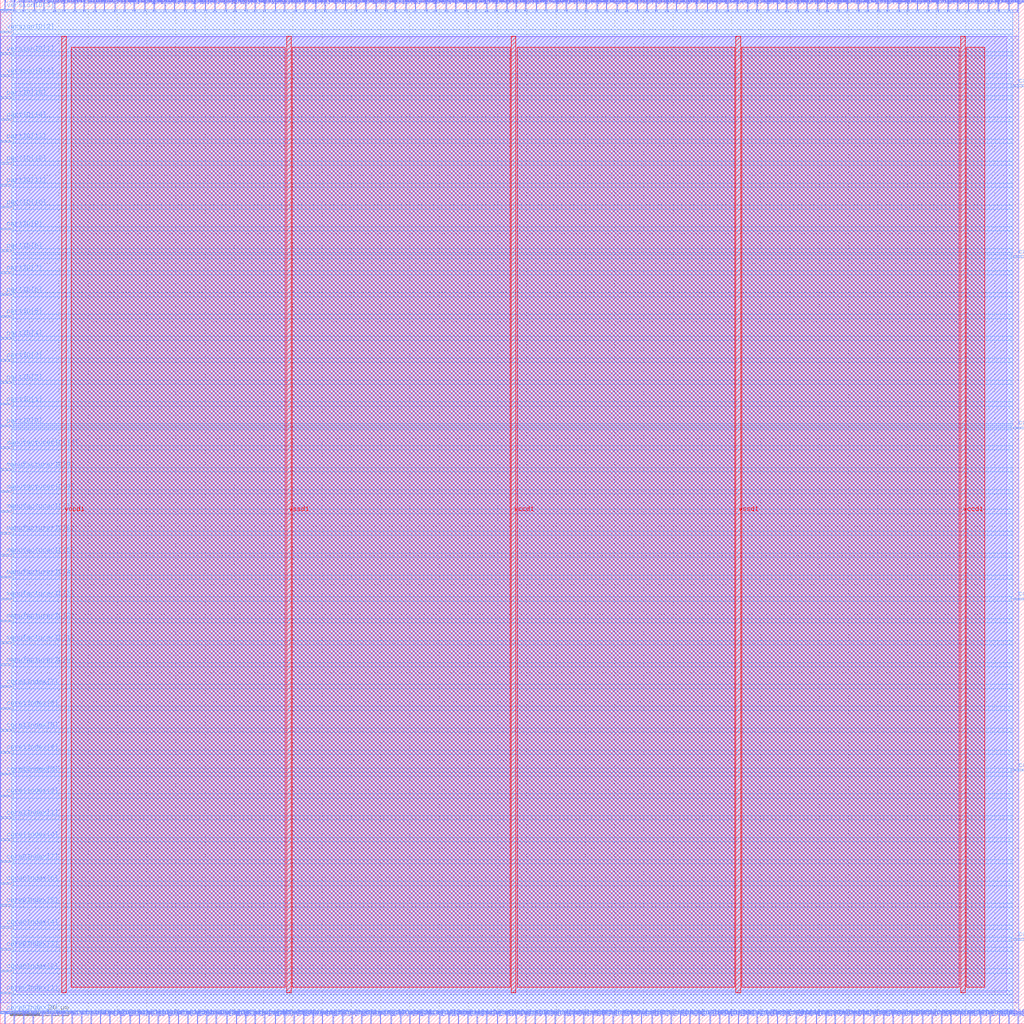
<source format=lef>
VERSION 5.7 ;
  NOWIREEXTENSIONATPIN ON ;
  DIVIDERCHAR "/" ;
  BUSBITCHARS "[]" ;
MACRO CaravelHost
  CLASS BLOCK ;
  FOREIGN CaravelHost ;
  ORIGIN 0.000 0.000 ;
  SIZE 350.000 BY 350.000 ;
  PIN caravel_irq[0]
    DIRECTION OUTPUT TRISTATE ;
    USE SIGNAL ;
    PORT
      LAYER met3 ;
        RECT 346.000 144.880 350.000 145.480 ;
    END
  END caravel_irq[0]
  PIN caravel_irq[1]
    DIRECTION OUTPUT TRISTATE ;
    USE SIGNAL ;
    PORT
      LAYER met3 ;
        RECT 346.000 203.360 350.000 203.960 ;
    END
  END caravel_irq[1]
  PIN caravel_irq[2]
    DIRECTION OUTPUT TRISTATE ;
    USE SIGNAL ;
    PORT
      LAYER met3 ;
        RECT 346.000 261.840 350.000 262.440 ;
    END
  END caravel_irq[2]
  PIN caravel_irq[3]
    DIRECTION OUTPUT TRISTATE ;
    USE SIGNAL ;
    PORT
      LAYER met3 ;
        RECT 346.000 320.320 350.000 320.920 ;
    END
  END caravel_irq[3]
  PIN caravel_uart_rx
    DIRECTION INPUT ;
    USE SIGNAL ;
    PORT
      LAYER met3 ;
        RECT 346.000 28.600 350.000 29.200 ;
    END
  END caravel_uart_rx
  PIN caravel_uart_tx
    DIRECTION OUTPUT TRISTATE ;
    USE SIGNAL ;
    PORT
      LAYER met3 ;
        RECT 346.000 86.400 350.000 87.000 ;
    END
  END caravel_uart_tx
  PIN caravel_wb_ack_i
    DIRECTION INPUT ;
    USE SIGNAL ;
    PORT
      LAYER met2 ;
        RECT 1.470 346.000 1.750 350.000 ;
    END
  END caravel_wb_ack_i
  PIN caravel_wb_adr_o[0]
    DIRECTION OUTPUT TRISTATE ;
    USE SIGNAL ;
    PORT
      LAYER met2 ;
        RECT 21.710 346.000 21.990 350.000 ;
    END
  END caravel_wb_adr_o[0]
  PIN caravel_wb_adr_o[10]
    DIRECTION OUTPUT TRISTATE ;
    USE SIGNAL ;
    PORT
      LAYER met2 ;
        RECT 138.550 346.000 138.830 350.000 ;
    END
  END caravel_wb_adr_o[10]
  PIN caravel_wb_adr_o[11]
    DIRECTION OUTPUT TRISTATE ;
    USE SIGNAL ;
    PORT
      LAYER met2 ;
        RECT 148.670 346.000 148.950 350.000 ;
    END
  END caravel_wb_adr_o[11]
  PIN caravel_wb_adr_o[12]
    DIRECTION OUTPUT TRISTATE ;
    USE SIGNAL ;
    PORT
      LAYER met2 ;
        RECT 159.250 346.000 159.530 350.000 ;
    END
  END caravel_wb_adr_o[12]
  PIN caravel_wb_adr_o[13]
    DIRECTION OUTPUT TRISTATE ;
    USE SIGNAL ;
    PORT
      LAYER met2 ;
        RECT 169.370 346.000 169.650 350.000 ;
    END
  END caravel_wb_adr_o[13]
  PIN caravel_wb_adr_o[14]
    DIRECTION OUTPUT TRISTATE ;
    USE SIGNAL ;
    PORT
      LAYER met2 ;
        RECT 179.490 346.000 179.770 350.000 ;
    END
  END caravel_wb_adr_o[14]
  PIN caravel_wb_adr_o[15]
    DIRECTION OUTPUT TRISTATE ;
    USE SIGNAL ;
    PORT
      LAYER met2 ;
        RECT 190.070 346.000 190.350 350.000 ;
    END
  END caravel_wb_adr_o[15]
  PIN caravel_wb_adr_o[16]
    DIRECTION OUTPUT TRISTATE ;
    USE SIGNAL ;
    PORT
      LAYER met2 ;
        RECT 200.190 346.000 200.470 350.000 ;
    END
  END caravel_wb_adr_o[16]
  PIN caravel_wb_adr_o[17]
    DIRECTION OUTPUT TRISTATE ;
    USE SIGNAL ;
    PORT
      LAYER met2 ;
        RECT 210.770 346.000 211.050 350.000 ;
    END
  END caravel_wb_adr_o[17]
  PIN caravel_wb_adr_o[18]
    DIRECTION OUTPUT TRISTATE ;
    USE SIGNAL ;
    PORT
      LAYER met2 ;
        RECT 220.890 346.000 221.170 350.000 ;
    END
  END caravel_wb_adr_o[18]
  PIN caravel_wb_adr_o[19]
    DIRECTION OUTPUT TRISTATE ;
    USE SIGNAL ;
    PORT
      LAYER met2 ;
        RECT 231.010 346.000 231.290 350.000 ;
    END
  END caravel_wb_adr_o[19]
  PIN caravel_wb_adr_o[1]
    DIRECTION OUTPUT TRISTATE ;
    USE SIGNAL ;
    PORT
      LAYER met2 ;
        RECT 35.510 346.000 35.790 350.000 ;
    END
  END caravel_wb_adr_o[1]
  PIN caravel_wb_adr_o[20]
    DIRECTION OUTPUT TRISTATE ;
    USE SIGNAL ;
    PORT
      LAYER met2 ;
        RECT 241.590 346.000 241.870 350.000 ;
    END
  END caravel_wb_adr_o[20]
  PIN caravel_wb_adr_o[21]
    DIRECTION OUTPUT TRISTATE ;
    USE SIGNAL ;
    PORT
      LAYER met2 ;
        RECT 251.710 346.000 251.990 350.000 ;
    END
  END caravel_wb_adr_o[21]
  PIN caravel_wb_adr_o[22]
    DIRECTION OUTPUT TRISTATE ;
    USE SIGNAL ;
    PORT
      LAYER met2 ;
        RECT 262.290 346.000 262.570 350.000 ;
    END
  END caravel_wb_adr_o[22]
  PIN caravel_wb_adr_o[23]
    DIRECTION OUTPUT TRISTATE ;
    USE SIGNAL ;
    PORT
      LAYER met2 ;
        RECT 272.410 346.000 272.690 350.000 ;
    END
  END caravel_wb_adr_o[23]
  PIN caravel_wb_adr_o[24]
    DIRECTION OUTPUT TRISTATE ;
    USE SIGNAL ;
    PORT
      LAYER met2 ;
        RECT 282.530 346.000 282.810 350.000 ;
    END
  END caravel_wb_adr_o[24]
  PIN caravel_wb_adr_o[25]
    DIRECTION OUTPUT TRISTATE ;
    USE SIGNAL ;
    PORT
      LAYER met2 ;
        RECT 293.110 346.000 293.390 350.000 ;
    END
  END caravel_wb_adr_o[25]
  PIN caravel_wb_adr_o[26]
    DIRECTION OUTPUT TRISTATE ;
    USE SIGNAL ;
    PORT
      LAYER met2 ;
        RECT 303.230 346.000 303.510 350.000 ;
    END
  END caravel_wb_adr_o[26]
  PIN caravel_wb_adr_o[27]
    DIRECTION OUTPUT TRISTATE ;
    USE SIGNAL ;
    PORT
      LAYER met2 ;
        RECT 313.350 346.000 313.630 350.000 ;
    END
  END caravel_wb_adr_o[27]
  PIN caravel_wb_adr_o[2]
    DIRECTION OUTPUT TRISTATE ;
    USE SIGNAL ;
    PORT
      LAYER met2 ;
        RECT 49.310 346.000 49.590 350.000 ;
    END
  END caravel_wb_adr_o[2]
  PIN caravel_wb_adr_o[3]
    DIRECTION OUTPUT TRISTATE ;
    USE SIGNAL ;
    PORT
      LAYER met2 ;
        RECT 63.110 346.000 63.390 350.000 ;
    END
  END caravel_wb_adr_o[3]
  PIN caravel_wb_adr_o[4]
    DIRECTION OUTPUT TRISTATE ;
    USE SIGNAL ;
    PORT
      LAYER met2 ;
        RECT 76.910 346.000 77.190 350.000 ;
    END
  END caravel_wb_adr_o[4]
  PIN caravel_wb_adr_o[5]
    DIRECTION OUTPUT TRISTATE ;
    USE SIGNAL ;
    PORT
      LAYER met2 ;
        RECT 87.030 346.000 87.310 350.000 ;
    END
  END caravel_wb_adr_o[5]
  PIN caravel_wb_adr_o[6]
    DIRECTION OUTPUT TRISTATE ;
    USE SIGNAL ;
    PORT
      LAYER met2 ;
        RECT 97.150 346.000 97.430 350.000 ;
    END
  END caravel_wb_adr_o[6]
  PIN caravel_wb_adr_o[7]
    DIRECTION OUTPUT TRISTATE ;
    USE SIGNAL ;
    PORT
      LAYER met2 ;
        RECT 107.730 346.000 108.010 350.000 ;
    END
  END caravel_wb_adr_o[7]
  PIN caravel_wb_adr_o[8]
    DIRECTION OUTPUT TRISTATE ;
    USE SIGNAL ;
    PORT
      LAYER met2 ;
        RECT 117.850 346.000 118.130 350.000 ;
    END
  END caravel_wb_adr_o[8]
  PIN caravel_wb_adr_o[9]
    DIRECTION OUTPUT TRISTATE ;
    USE SIGNAL ;
    PORT
      LAYER met2 ;
        RECT 128.430 346.000 128.710 350.000 ;
    END
  END caravel_wb_adr_o[9]
  PIN caravel_wb_cyc_o
    DIRECTION OUTPUT TRISTATE ;
    USE SIGNAL ;
    PORT
      LAYER met2 ;
        RECT 4.690 346.000 4.970 350.000 ;
    END
  END caravel_wb_cyc_o
  PIN caravel_wb_data_i[0]
    DIRECTION INPUT ;
    USE SIGNAL ;
    PORT
      LAYER met2 ;
        RECT 25.390 346.000 25.670 350.000 ;
    END
  END caravel_wb_data_i[0]
  PIN caravel_wb_data_i[10]
    DIRECTION INPUT ;
    USE SIGNAL ;
    PORT
      LAYER met2 ;
        RECT 141.770 346.000 142.050 350.000 ;
    END
  END caravel_wb_data_i[10]
  PIN caravel_wb_data_i[11]
    DIRECTION INPUT ;
    USE SIGNAL ;
    PORT
      LAYER met2 ;
        RECT 152.350 346.000 152.630 350.000 ;
    END
  END caravel_wb_data_i[11]
  PIN caravel_wb_data_i[12]
    DIRECTION INPUT ;
    USE SIGNAL ;
    PORT
      LAYER met2 ;
        RECT 162.470 346.000 162.750 350.000 ;
    END
  END caravel_wb_data_i[12]
  PIN caravel_wb_data_i[13]
    DIRECTION INPUT ;
    USE SIGNAL ;
    PORT
      LAYER met2 ;
        RECT 173.050 346.000 173.330 350.000 ;
    END
  END caravel_wb_data_i[13]
  PIN caravel_wb_data_i[14]
    DIRECTION INPUT ;
    USE SIGNAL ;
    PORT
      LAYER met2 ;
        RECT 183.170 346.000 183.450 350.000 ;
    END
  END caravel_wb_data_i[14]
  PIN caravel_wb_data_i[15]
    DIRECTION INPUT ;
    USE SIGNAL ;
    PORT
      LAYER met2 ;
        RECT 193.290 346.000 193.570 350.000 ;
    END
  END caravel_wb_data_i[15]
  PIN caravel_wb_data_i[16]
    DIRECTION INPUT ;
    USE SIGNAL ;
    PORT
      LAYER met2 ;
        RECT 203.870 346.000 204.150 350.000 ;
    END
  END caravel_wb_data_i[16]
  PIN caravel_wb_data_i[17]
    DIRECTION INPUT ;
    USE SIGNAL ;
    PORT
      LAYER met2 ;
        RECT 213.990 346.000 214.270 350.000 ;
    END
  END caravel_wb_data_i[17]
  PIN caravel_wb_data_i[18]
    DIRECTION INPUT ;
    USE SIGNAL ;
    PORT
      LAYER met2 ;
        RECT 224.110 346.000 224.390 350.000 ;
    END
  END caravel_wb_data_i[18]
  PIN caravel_wb_data_i[19]
    DIRECTION INPUT ;
    USE SIGNAL ;
    PORT
      LAYER met2 ;
        RECT 234.690 346.000 234.970 350.000 ;
    END
  END caravel_wb_data_i[19]
  PIN caravel_wb_data_i[1]
    DIRECTION INPUT ;
    USE SIGNAL ;
    PORT
      LAYER met2 ;
        RECT 39.190 346.000 39.470 350.000 ;
    END
  END caravel_wb_data_i[1]
  PIN caravel_wb_data_i[20]
    DIRECTION INPUT ;
    USE SIGNAL ;
    PORT
      LAYER met2 ;
        RECT 244.810 346.000 245.090 350.000 ;
    END
  END caravel_wb_data_i[20]
  PIN caravel_wb_data_i[21]
    DIRECTION INPUT ;
    USE SIGNAL ;
    PORT
      LAYER met2 ;
        RECT 255.390 346.000 255.670 350.000 ;
    END
  END caravel_wb_data_i[21]
  PIN caravel_wb_data_i[22]
    DIRECTION INPUT ;
    USE SIGNAL ;
    PORT
      LAYER met2 ;
        RECT 265.510 346.000 265.790 350.000 ;
    END
  END caravel_wb_data_i[22]
  PIN caravel_wb_data_i[23]
    DIRECTION INPUT ;
    USE SIGNAL ;
    PORT
      LAYER met2 ;
        RECT 275.630 346.000 275.910 350.000 ;
    END
  END caravel_wb_data_i[23]
  PIN caravel_wb_data_i[24]
    DIRECTION INPUT ;
    USE SIGNAL ;
    PORT
      LAYER met2 ;
        RECT 286.210 346.000 286.490 350.000 ;
    END
  END caravel_wb_data_i[24]
  PIN caravel_wb_data_i[25]
    DIRECTION INPUT ;
    USE SIGNAL ;
    PORT
      LAYER met2 ;
        RECT 296.330 346.000 296.610 350.000 ;
    END
  END caravel_wb_data_i[25]
  PIN caravel_wb_data_i[26]
    DIRECTION INPUT ;
    USE SIGNAL ;
    PORT
      LAYER met2 ;
        RECT 306.910 346.000 307.190 350.000 ;
    END
  END caravel_wb_data_i[26]
  PIN caravel_wb_data_i[27]
    DIRECTION INPUT ;
    USE SIGNAL ;
    PORT
      LAYER met2 ;
        RECT 317.030 346.000 317.310 350.000 ;
    END
  END caravel_wb_data_i[27]
  PIN caravel_wb_data_i[28]
    DIRECTION INPUT ;
    USE SIGNAL ;
    PORT
      LAYER met2 ;
        RECT 323.930 346.000 324.210 350.000 ;
    END
  END caravel_wb_data_i[28]
  PIN caravel_wb_data_i[29]
    DIRECTION INPUT ;
    USE SIGNAL ;
    PORT
      LAYER met2 ;
        RECT 330.830 346.000 331.110 350.000 ;
    END
  END caravel_wb_data_i[29]
  PIN caravel_wb_data_i[2]
    DIRECTION INPUT ;
    USE SIGNAL ;
    PORT
      LAYER met2 ;
        RECT 52.530 346.000 52.810 350.000 ;
    END
  END caravel_wb_data_i[2]
  PIN caravel_wb_data_i[30]
    DIRECTION INPUT ;
    USE SIGNAL ;
    PORT
      LAYER met2 ;
        RECT 337.730 346.000 338.010 350.000 ;
    END
  END caravel_wb_data_i[30]
  PIN caravel_wb_data_i[31]
    DIRECTION INPUT ;
    USE SIGNAL ;
    PORT
      LAYER met2 ;
        RECT 344.630 346.000 344.910 350.000 ;
    END
  END caravel_wb_data_i[31]
  PIN caravel_wb_data_i[3]
    DIRECTION INPUT ;
    USE SIGNAL ;
    PORT
      LAYER met2 ;
        RECT 66.330 346.000 66.610 350.000 ;
    END
  END caravel_wb_data_i[3]
  PIN caravel_wb_data_i[4]
    DIRECTION INPUT ;
    USE SIGNAL ;
    PORT
      LAYER met2 ;
        RECT 80.130 346.000 80.410 350.000 ;
    END
  END caravel_wb_data_i[4]
  PIN caravel_wb_data_i[5]
    DIRECTION INPUT ;
    USE SIGNAL ;
    PORT
      LAYER met2 ;
        RECT 90.250 346.000 90.530 350.000 ;
    END
  END caravel_wb_data_i[5]
  PIN caravel_wb_data_i[6]
    DIRECTION INPUT ;
    USE SIGNAL ;
    PORT
      LAYER met2 ;
        RECT 100.830 346.000 101.110 350.000 ;
    END
  END caravel_wb_data_i[6]
  PIN caravel_wb_data_i[7]
    DIRECTION INPUT ;
    USE SIGNAL ;
    PORT
      LAYER met2 ;
        RECT 110.950 346.000 111.230 350.000 ;
    END
  END caravel_wb_data_i[7]
  PIN caravel_wb_data_i[8]
    DIRECTION INPUT ;
    USE SIGNAL ;
    PORT
      LAYER met2 ;
        RECT 121.530 346.000 121.810 350.000 ;
    END
  END caravel_wb_data_i[8]
  PIN caravel_wb_data_i[9]
    DIRECTION INPUT ;
    USE SIGNAL ;
    PORT
      LAYER met2 ;
        RECT 131.650 346.000 131.930 350.000 ;
    END
  END caravel_wb_data_i[9]
  PIN caravel_wb_data_o[0]
    DIRECTION OUTPUT TRISTATE ;
    USE SIGNAL ;
    PORT
      LAYER met2 ;
        RECT 28.610 346.000 28.890 350.000 ;
    END
  END caravel_wb_data_o[0]
  PIN caravel_wb_data_o[10]
    DIRECTION OUTPUT TRISTATE ;
    USE SIGNAL ;
    PORT
      LAYER met2 ;
        RECT 145.450 346.000 145.730 350.000 ;
    END
  END caravel_wb_data_o[10]
  PIN caravel_wb_data_o[11]
    DIRECTION OUTPUT TRISTATE ;
    USE SIGNAL ;
    PORT
      LAYER met2 ;
        RECT 155.570 346.000 155.850 350.000 ;
    END
  END caravel_wb_data_o[11]
  PIN caravel_wb_data_o[12]
    DIRECTION OUTPUT TRISTATE ;
    USE SIGNAL ;
    PORT
      LAYER met2 ;
        RECT 166.150 346.000 166.430 350.000 ;
    END
  END caravel_wb_data_o[12]
  PIN caravel_wb_data_o[13]
    DIRECTION OUTPUT TRISTATE ;
    USE SIGNAL ;
    PORT
      LAYER met2 ;
        RECT 176.270 346.000 176.550 350.000 ;
    END
  END caravel_wb_data_o[13]
  PIN caravel_wb_data_o[14]
    DIRECTION OUTPUT TRISTATE ;
    USE SIGNAL ;
    PORT
      LAYER met2 ;
        RECT 186.390 346.000 186.670 350.000 ;
    END
  END caravel_wb_data_o[14]
  PIN caravel_wb_data_o[15]
    DIRECTION OUTPUT TRISTATE ;
    USE SIGNAL ;
    PORT
      LAYER met2 ;
        RECT 196.970 346.000 197.250 350.000 ;
    END
  END caravel_wb_data_o[15]
  PIN caravel_wb_data_o[16]
    DIRECTION OUTPUT TRISTATE ;
    USE SIGNAL ;
    PORT
      LAYER met2 ;
        RECT 207.090 346.000 207.370 350.000 ;
    END
  END caravel_wb_data_o[16]
  PIN caravel_wb_data_o[17]
    DIRECTION OUTPUT TRISTATE ;
    USE SIGNAL ;
    PORT
      LAYER met2 ;
        RECT 217.670 346.000 217.950 350.000 ;
    END
  END caravel_wb_data_o[17]
  PIN caravel_wb_data_o[18]
    DIRECTION OUTPUT TRISTATE ;
    USE SIGNAL ;
    PORT
      LAYER met2 ;
        RECT 227.790 346.000 228.070 350.000 ;
    END
  END caravel_wb_data_o[18]
  PIN caravel_wb_data_o[19]
    DIRECTION OUTPUT TRISTATE ;
    USE SIGNAL ;
    PORT
      LAYER met2 ;
        RECT 237.910 346.000 238.190 350.000 ;
    END
  END caravel_wb_data_o[19]
  PIN caravel_wb_data_o[1]
    DIRECTION OUTPUT TRISTATE ;
    USE SIGNAL ;
    PORT
      LAYER met2 ;
        RECT 42.410 346.000 42.690 350.000 ;
    END
  END caravel_wb_data_o[1]
  PIN caravel_wb_data_o[20]
    DIRECTION OUTPUT TRISTATE ;
    USE SIGNAL ;
    PORT
      LAYER met2 ;
        RECT 248.490 346.000 248.770 350.000 ;
    END
  END caravel_wb_data_o[20]
  PIN caravel_wb_data_o[21]
    DIRECTION OUTPUT TRISTATE ;
    USE SIGNAL ;
    PORT
      LAYER met2 ;
        RECT 258.610 346.000 258.890 350.000 ;
    END
  END caravel_wb_data_o[21]
  PIN caravel_wb_data_o[22]
    DIRECTION OUTPUT TRISTATE ;
    USE SIGNAL ;
    PORT
      LAYER met2 ;
        RECT 268.730 346.000 269.010 350.000 ;
    END
  END caravel_wb_data_o[22]
  PIN caravel_wb_data_o[23]
    DIRECTION OUTPUT TRISTATE ;
    USE SIGNAL ;
    PORT
      LAYER met2 ;
        RECT 279.310 346.000 279.590 350.000 ;
    END
  END caravel_wb_data_o[23]
  PIN caravel_wb_data_o[24]
    DIRECTION OUTPUT TRISTATE ;
    USE SIGNAL ;
    PORT
      LAYER met2 ;
        RECT 289.430 346.000 289.710 350.000 ;
    END
  END caravel_wb_data_o[24]
  PIN caravel_wb_data_o[25]
    DIRECTION OUTPUT TRISTATE ;
    USE SIGNAL ;
    PORT
      LAYER met2 ;
        RECT 300.010 346.000 300.290 350.000 ;
    END
  END caravel_wb_data_o[25]
  PIN caravel_wb_data_o[26]
    DIRECTION OUTPUT TRISTATE ;
    USE SIGNAL ;
    PORT
      LAYER met2 ;
        RECT 310.130 346.000 310.410 350.000 ;
    END
  END caravel_wb_data_o[26]
  PIN caravel_wb_data_o[27]
    DIRECTION OUTPUT TRISTATE ;
    USE SIGNAL ;
    PORT
      LAYER met2 ;
        RECT 320.250 346.000 320.530 350.000 ;
    END
  END caravel_wb_data_o[27]
  PIN caravel_wb_data_o[28]
    DIRECTION OUTPUT TRISTATE ;
    USE SIGNAL ;
    PORT
      LAYER met2 ;
        RECT 327.150 346.000 327.430 350.000 ;
    END
  END caravel_wb_data_o[28]
  PIN caravel_wb_data_o[29]
    DIRECTION OUTPUT TRISTATE ;
    USE SIGNAL ;
    PORT
      LAYER met2 ;
        RECT 334.050 346.000 334.330 350.000 ;
    END
  END caravel_wb_data_o[29]
  PIN caravel_wb_data_o[2]
    DIRECTION OUTPUT TRISTATE ;
    USE SIGNAL ;
    PORT
      LAYER met2 ;
        RECT 56.210 346.000 56.490 350.000 ;
    END
  END caravel_wb_data_o[2]
  PIN caravel_wb_data_o[30]
    DIRECTION OUTPUT TRISTATE ;
    USE SIGNAL ;
    PORT
      LAYER met2 ;
        RECT 340.950 346.000 341.230 350.000 ;
    END
  END caravel_wb_data_o[30]
  PIN caravel_wb_data_o[31]
    DIRECTION OUTPUT TRISTATE ;
    USE SIGNAL ;
    PORT
      LAYER met2 ;
        RECT 347.850 346.000 348.130 350.000 ;
    END
  END caravel_wb_data_o[31]
  PIN caravel_wb_data_o[3]
    DIRECTION OUTPUT TRISTATE ;
    USE SIGNAL ;
    PORT
      LAYER met2 ;
        RECT 70.010 346.000 70.290 350.000 ;
    END
  END caravel_wb_data_o[3]
  PIN caravel_wb_data_o[4]
    DIRECTION OUTPUT TRISTATE ;
    USE SIGNAL ;
    PORT
      LAYER met2 ;
        RECT 83.810 346.000 84.090 350.000 ;
    END
  END caravel_wb_data_o[4]
  PIN caravel_wb_data_o[5]
    DIRECTION OUTPUT TRISTATE ;
    USE SIGNAL ;
    PORT
      LAYER met2 ;
        RECT 93.930 346.000 94.210 350.000 ;
    END
  END caravel_wb_data_o[5]
  PIN caravel_wb_data_o[6]
    DIRECTION OUTPUT TRISTATE ;
    USE SIGNAL ;
    PORT
      LAYER met2 ;
        RECT 104.050 346.000 104.330 350.000 ;
    END
  END caravel_wb_data_o[6]
  PIN caravel_wb_data_o[7]
    DIRECTION OUTPUT TRISTATE ;
    USE SIGNAL ;
    PORT
      LAYER met2 ;
        RECT 114.630 346.000 114.910 350.000 ;
    END
  END caravel_wb_data_o[7]
  PIN caravel_wb_data_o[8]
    DIRECTION OUTPUT TRISTATE ;
    USE SIGNAL ;
    PORT
      LAYER met2 ;
        RECT 124.750 346.000 125.030 350.000 ;
    END
  END caravel_wb_data_o[8]
  PIN caravel_wb_data_o[9]
    DIRECTION OUTPUT TRISTATE ;
    USE SIGNAL ;
    PORT
      LAYER met2 ;
        RECT 134.870 346.000 135.150 350.000 ;
    END
  END caravel_wb_data_o[9]
  PIN caravel_wb_error_i
    DIRECTION INPUT ;
    USE SIGNAL ;
    PORT
      LAYER met2 ;
        RECT 7.910 346.000 8.190 350.000 ;
    END
  END caravel_wb_error_i
  PIN caravel_wb_sel_o[0]
    DIRECTION OUTPUT TRISTATE ;
    USE SIGNAL ;
    PORT
      LAYER met2 ;
        RECT 32.290 346.000 32.570 350.000 ;
    END
  END caravel_wb_sel_o[0]
  PIN caravel_wb_sel_o[1]
    DIRECTION OUTPUT TRISTATE ;
    USE SIGNAL ;
    PORT
      LAYER met2 ;
        RECT 45.630 346.000 45.910 350.000 ;
    END
  END caravel_wb_sel_o[1]
  PIN caravel_wb_sel_o[2]
    DIRECTION OUTPUT TRISTATE ;
    USE SIGNAL ;
    PORT
      LAYER met2 ;
        RECT 59.430 346.000 59.710 350.000 ;
    END
  END caravel_wb_sel_o[2]
  PIN caravel_wb_sel_o[3]
    DIRECTION OUTPUT TRISTATE ;
    USE SIGNAL ;
    PORT
      LAYER met2 ;
        RECT 73.230 346.000 73.510 350.000 ;
    END
  END caravel_wb_sel_o[3]
  PIN caravel_wb_stall_i
    DIRECTION INPUT ;
    USE SIGNAL ;
    PORT
      LAYER met2 ;
        RECT 11.590 346.000 11.870 350.000 ;
    END
  END caravel_wb_stall_i
  PIN caravel_wb_stb_o
    DIRECTION OUTPUT TRISTATE ;
    USE SIGNAL ;
    PORT
      LAYER met2 ;
        RECT 14.810 346.000 15.090 350.000 ;
    END
  END caravel_wb_stb_o
  PIN caravel_wb_we_o
    DIRECTION OUTPUT TRISTATE ;
    USE SIGNAL ;
    PORT
      LAYER met2 ;
        RECT 18.490 346.000 18.770 350.000 ;
    END
  END caravel_wb_we_o
  PIN core0Index[0]
    DIRECTION OUTPUT TRISTATE ;
    USE SIGNAL ;
    PORT
      LAYER met3 ;
        RECT 0.000 3.440 4.000 4.040 ;
    END
  END core0Index[0]
  PIN core0Index[1]
    DIRECTION OUTPUT TRISTATE ;
    USE SIGNAL ;
    PORT
      LAYER met3 ;
        RECT 0.000 10.240 4.000 10.840 ;
    END
  END core0Index[1]
  PIN core0Index[2]
    DIRECTION OUTPUT TRISTATE ;
    USE SIGNAL ;
    PORT
      LAYER met3 ;
        RECT 0.000 17.720 4.000 18.320 ;
    END
  END core0Index[2]
  PIN core0Index[3]
    DIRECTION OUTPUT TRISTATE ;
    USE SIGNAL ;
    PORT
      LAYER met3 ;
        RECT 0.000 25.200 4.000 25.800 ;
    END
  END core0Index[3]
  PIN core0Index[4]
    DIRECTION OUTPUT TRISTATE ;
    USE SIGNAL ;
    PORT
      LAYER met3 ;
        RECT 0.000 32.680 4.000 33.280 ;
    END
  END core0Index[4]
  PIN core0Index[5]
    DIRECTION OUTPUT TRISTATE ;
    USE SIGNAL ;
    PORT
      LAYER met3 ;
        RECT 0.000 40.160 4.000 40.760 ;
    END
  END core0Index[5]
  PIN core0Index[6]
    DIRECTION OUTPUT TRISTATE ;
    USE SIGNAL ;
    PORT
      LAYER met3 ;
        RECT 0.000 47.640 4.000 48.240 ;
    END
  END core0Index[6]
  PIN core0Index[7]
    DIRECTION OUTPUT TRISTATE ;
    USE SIGNAL ;
    PORT
      LAYER met3 ;
        RECT 0.000 55.120 4.000 55.720 ;
    END
  END core0Index[7]
  PIN core1Index[0]
    DIRECTION OUTPUT TRISTATE ;
    USE SIGNAL ;
    PORT
      LAYER met3 ;
        RECT 0.000 62.600 4.000 63.200 ;
    END
  END core1Index[0]
  PIN core1Index[1]
    DIRECTION OUTPUT TRISTATE ;
    USE SIGNAL ;
    PORT
      LAYER met3 ;
        RECT 0.000 70.080 4.000 70.680 ;
    END
  END core1Index[1]
  PIN core1Index[2]
    DIRECTION OUTPUT TRISTATE ;
    USE SIGNAL ;
    PORT
      LAYER met3 ;
        RECT 0.000 77.560 4.000 78.160 ;
    END
  END core1Index[2]
  PIN core1Index[3]
    DIRECTION OUTPUT TRISTATE ;
    USE SIGNAL ;
    PORT
      LAYER met3 ;
        RECT 0.000 85.040 4.000 85.640 ;
    END
  END core1Index[3]
  PIN core1Index[4]
    DIRECTION OUTPUT TRISTATE ;
    USE SIGNAL ;
    PORT
      LAYER met3 ;
        RECT 0.000 92.520 4.000 93.120 ;
    END
  END core1Index[4]
  PIN core1Index[5]
    DIRECTION OUTPUT TRISTATE ;
    USE SIGNAL ;
    PORT
      LAYER met3 ;
        RECT 0.000 100.000 4.000 100.600 ;
    END
  END core1Index[5]
  PIN core1Index[6]
    DIRECTION OUTPUT TRISTATE ;
    USE SIGNAL ;
    PORT
      LAYER met3 ;
        RECT 0.000 107.480 4.000 108.080 ;
    END
  END core1Index[6]
  PIN core1Index[7]
    DIRECTION OUTPUT TRISTATE ;
    USE SIGNAL ;
    PORT
      LAYER met3 ;
        RECT 0.000 114.960 4.000 115.560 ;
    END
  END core1Index[7]
  PIN manufacturerID[0]
    DIRECTION OUTPUT TRISTATE ;
    USE SIGNAL ;
    PORT
      LAYER met3 ;
        RECT 0.000 122.440 4.000 123.040 ;
    END
  END manufacturerID[0]
  PIN manufacturerID[10]
    DIRECTION OUTPUT TRISTATE ;
    USE SIGNAL ;
    PORT
      LAYER met3 ;
        RECT 0.000 196.560 4.000 197.160 ;
    END
  END manufacturerID[10]
  PIN manufacturerID[1]
    DIRECTION OUTPUT TRISTATE ;
    USE SIGNAL ;
    PORT
      LAYER met3 ;
        RECT 0.000 129.920 4.000 130.520 ;
    END
  END manufacturerID[1]
  PIN manufacturerID[2]
    DIRECTION OUTPUT TRISTATE ;
    USE SIGNAL ;
    PORT
      LAYER met3 ;
        RECT 0.000 137.400 4.000 138.000 ;
    END
  END manufacturerID[2]
  PIN manufacturerID[3]
    DIRECTION OUTPUT TRISTATE ;
    USE SIGNAL ;
    PORT
      LAYER met3 ;
        RECT 0.000 144.880 4.000 145.480 ;
    END
  END manufacturerID[3]
  PIN manufacturerID[4]
    DIRECTION OUTPUT TRISTATE ;
    USE SIGNAL ;
    PORT
      LAYER met3 ;
        RECT 0.000 152.360 4.000 152.960 ;
    END
  END manufacturerID[4]
  PIN manufacturerID[5]
    DIRECTION OUTPUT TRISTATE ;
    USE SIGNAL ;
    PORT
      LAYER met3 ;
        RECT 0.000 159.840 4.000 160.440 ;
    END
  END manufacturerID[5]
  PIN manufacturerID[6]
    DIRECTION OUTPUT TRISTATE ;
    USE SIGNAL ;
    PORT
      LAYER met3 ;
        RECT 0.000 167.320 4.000 167.920 ;
    END
  END manufacturerID[6]
  PIN manufacturerID[7]
    DIRECTION OUTPUT TRISTATE ;
    USE SIGNAL ;
    PORT
      LAYER met3 ;
        RECT 0.000 174.800 4.000 175.400 ;
    END
  END manufacturerID[7]
  PIN manufacturerID[8]
    DIRECTION OUTPUT TRISTATE ;
    USE SIGNAL ;
    PORT
      LAYER met3 ;
        RECT 0.000 181.600 4.000 182.200 ;
    END
  END manufacturerID[8]
  PIN manufacturerID[9]
    DIRECTION OUTPUT TRISTATE ;
    USE SIGNAL ;
    PORT
      LAYER met3 ;
        RECT 0.000 189.080 4.000 189.680 ;
    END
  END manufacturerID[9]
  PIN partID[0]
    DIRECTION OUTPUT TRISTATE ;
    USE SIGNAL ;
    PORT
      LAYER met3 ;
        RECT 0.000 204.040 4.000 204.640 ;
    END
  END partID[0]
  PIN partID[10]
    DIRECTION OUTPUT TRISTATE ;
    USE SIGNAL ;
    PORT
      LAYER met3 ;
        RECT 0.000 278.840 4.000 279.440 ;
    END
  END partID[10]
  PIN partID[11]
    DIRECTION OUTPUT TRISTATE ;
    USE SIGNAL ;
    PORT
      LAYER met3 ;
        RECT 0.000 286.320 4.000 286.920 ;
    END
  END partID[11]
  PIN partID[12]
    DIRECTION OUTPUT TRISTATE ;
    USE SIGNAL ;
    PORT
      LAYER met3 ;
        RECT 0.000 293.800 4.000 294.400 ;
    END
  END partID[12]
  PIN partID[13]
    DIRECTION OUTPUT TRISTATE ;
    USE SIGNAL ;
    PORT
      LAYER met3 ;
        RECT 0.000 301.280 4.000 301.880 ;
    END
  END partID[13]
  PIN partID[14]
    DIRECTION OUTPUT TRISTATE ;
    USE SIGNAL ;
    PORT
      LAYER met3 ;
        RECT 0.000 308.760 4.000 309.360 ;
    END
  END partID[14]
  PIN partID[15]
    DIRECTION OUTPUT TRISTATE ;
    USE SIGNAL ;
    PORT
      LAYER met3 ;
        RECT 0.000 316.240 4.000 316.840 ;
    END
  END partID[15]
  PIN partID[1]
    DIRECTION OUTPUT TRISTATE ;
    USE SIGNAL ;
    PORT
      LAYER met3 ;
        RECT 0.000 211.520 4.000 212.120 ;
    END
  END partID[1]
  PIN partID[2]
    DIRECTION OUTPUT TRISTATE ;
    USE SIGNAL ;
    PORT
      LAYER met3 ;
        RECT 0.000 219.000 4.000 219.600 ;
    END
  END partID[2]
  PIN partID[3]
    DIRECTION OUTPUT TRISTATE ;
    USE SIGNAL ;
    PORT
      LAYER met3 ;
        RECT 0.000 226.480 4.000 227.080 ;
    END
  END partID[3]
  PIN partID[4]
    DIRECTION OUTPUT TRISTATE ;
    USE SIGNAL ;
    PORT
      LAYER met3 ;
        RECT 0.000 233.960 4.000 234.560 ;
    END
  END partID[4]
  PIN partID[5]
    DIRECTION OUTPUT TRISTATE ;
    USE SIGNAL ;
    PORT
      LAYER met3 ;
        RECT 0.000 241.440 4.000 242.040 ;
    END
  END partID[5]
  PIN partID[6]
    DIRECTION OUTPUT TRISTATE ;
    USE SIGNAL ;
    PORT
      LAYER met3 ;
        RECT 0.000 248.920 4.000 249.520 ;
    END
  END partID[6]
  PIN partID[7]
    DIRECTION OUTPUT TRISTATE ;
    USE SIGNAL ;
    PORT
      LAYER met3 ;
        RECT 0.000 256.400 4.000 257.000 ;
    END
  END partID[7]
  PIN partID[8]
    DIRECTION OUTPUT TRISTATE ;
    USE SIGNAL ;
    PORT
      LAYER met3 ;
        RECT 0.000 263.880 4.000 264.480 ;
    END
  END partID[8]
  PIN partID[9]
    DIRECTION OUTPUT TRISTATE ;
    USE SIGNAL ;
    PORT
      LAYER met3 ;
        RECT 0.000 271.360 4.000 271.960 ;
    END
  END partID[9]
  PIN vccd1
    DIRECTION INPUT ;
    USE POWER ;
    PORT
      LAYER met4 ;
        RECT 21.040 10.640 22.640 337.520 ;
    END
    PORT
      LAYER met4 ;
        RECT 174.640 10.640 176.240 337.520 ;
    END
    PORT
      LAYER met4 ;
        RECT 328.240 10.640 329.840 337.520 ;
    END
  END vccd1
  PIN versionID[0]
    DIRECTION OUTPUT TRISTATE ;
    USE SIGNAL ;
    PORT
      LAYER met3 ;
        RECT 0.000 323.720 4.000 324.320 ;
    END
  END versionID[0]
  PIN versionID[1]
    DIRECTION OUTPUT TRISTATE ;
    USE SIGNAL ;
    PORT
      LAYER met3 ;
        RECT 0.000 331.200 4.000 331.800 ;
    END
  END versionID[1]
  PIN versionID[2]
    DIRECTION OUTPUT TRISTATE ;
    USE SIGNAL ;
    PORT
      LAYER met3 ;
        RECT 0.000 338.680 4.000 339.280 ;
    END
  END versionID[2]
  PIN versionID[3]
    DIRECTION OUTPUT TRISTATE ;
    USE SIGNAL ;
    PORT
      LAYER met3 ;
        RECT 0.000 346.160 4.000 346.760 ;
    END
  END versionID[3]
  PIN vssd1
    DIRECTION INPUT ;
    USE GROUND ;
    PORT
      LAYER met4 ;
        RECT 97.840 10.640 99.440 337.520 ;
    END
    PORT
      LAYER met4 ;
        RECT 251.440 10.640 253.040 337.520 ;
    END
  END vssd1
  PIN wb_clk_i
    DIRECTION INPUT ;
    USE SIGNAL ;
    PORT
      LAYER met2 ;
        RECT 1.470 0.000 1.750 4.000 ;
    END
  END wb_clk_i
  PIN wb_rst_i
    DIRECTION INPUT ;
    USE SIGNAL ;
    PORT
      LAYER met2 ;
        RECT 4.690 0.000 4.970 4.000 ;
    END
  END wb_rst_i
  PIN wbs_ack_o
    DIRECTION OUTPUT TRISTATE ;
    USE SIGNAL ;
    PORT
      LAYER met2 ;
        RECT 7.910 0.000 8.190 4.000 ;
    END
  END wbs_ack_o
  PIN wbs_adr_i[0]
    DIRECTION INPUT ;
    USE SIGNAL ;
    PORT
      LAYER met2 ;
        RECT 21.250 0.000 21.530 4.000 ;
    END
  END wbs_adr_i[0]
  PIN wbs_adr_i[10]
    DIRECTION INPUT ;
    USE SIGNAL ;
    PORT
      LAYER met2 ;
        RECT 133.490 0.000 133.770 4.000 ;
    END
  END wbs_adr_i[10]
  PIN wbs_adr_i[11]
    DIRECTION INPUT ;
    USE SIGNAL ;
    PORT
      LAYER met2 ;
        RECT 143.150 0.000 143.430 4.000 ;
    END
  END wbs_adr_i[11]
  PIN wbs_adr_i[12]
    DIRECTION INPUT ;
    USE SIGNAL ;
    PORT
      LAYER met2 ;
        RECT 153.270 0.000 153.550 4.000 ;
    END
  END wbs_adr_i[12]
  PIN wbs_adr_i[13]
    DIRECTION INPUT ;
    USE SIGNAL ;
    PORT
      LAYER met2 ;
        RECT 162.930 0.000 163.210 4.000 ;
    END
  END wbs_adr_i[13]
  PIN wbs_adr_i[14]
    DIRECTION INPUT ;
    USE SIGNAL ;
    PORT
      LAYER met2 ;
        RECT 173.050 0.000 173.330 4.000 ;
    END
  END wbs_adr_i[14]
  PIN wbs_adr_i[15]
    DIRECTION INPUT ;
    USE SIGNAL ;
    PORT
      LAYER met2 ;
        RECT 182.710 0.000 182.990 4.000 ;
    END
  END wbs_adr_i[15]
  PIN wbs_adr_i[16]
    DIRECTION INPUT ;
    USE SIGNAL ;
    PORT
      LAYER met2 ;
        RECT 192.830 0.000 193.110 4.000 ;
    END
  END wbs_adr_i[16]
  PIN wbs_adr_i[17]
    DIRECTION INPUT ;
    USE SIGNAL ;
    PORT
      LAYER met2 ;
        RECT 202.490 0.000 202.770 4.000 ;
    END
  END wbs_adr_i[17]
  PIN wbs_adr_i[18]
    DIRECTION INPUT ;
    USE SIGNAL ;
    PORT
      LAYER met2 ;
        RECT 212.610 0.000 212.890 4.000 ;
    END
  END wbs_adr_i[18]
  PIN wbs_adr_i[19]
    DIRECTION INPUT ;
    USE SIGNAL ;
    PORT
      LAYER met2 ;
        RECT 222.730 0.000 223.010 4.000 ;
    END
  END wbs_adr_i[19]
  PIN wbs_adr_i[1]
    DIRECTION INPUT ;
    USE SIGNAL ;
    PORT
      LAYER met2 ;
        RECT 34.130 0.000 34.410 4.000 ;
    END
  END wbs_adr_i[1]
  PIN wbs_adr_i[20]
    DIRECTION INPUT ;
    USE SIGNAL ;
    PORT
      LAYER met2 ;
        RECT 232.390 0.000 232.670 4.000 ;
    END
  END wbs_adr_i[20]
  PIN wbs_adr_i[21]
    DIRECTION INPUT ;
    USE SIGNAL ;
    PORT
      LAYER met2 ;
        RECT 242.510 0.000 242.790 4.000 ;
    END
  END wbs_adr_i[21]
  PIN wbs_adr_i[22]
    DIRECTION INPUT ;
    USE SIGNAL ;
    PORT
      LAYER met2 ;
        RECT 252.170 0.000 252.450 4.000 ;
    END
  END wbs_adr_i[22]
  PIN wbs_adr_i[23]
    DIRECTION INPUT ;
    USE SIGNAL ;
    PORT
      LAYER met2 ;
        RECT 262.290 0.000 262.570 4.000 ;
    END
  END wbs_adr_i[23]
  PIN wbs_adr_i[24]
    DIRECTION INPUT ;
    USE SIGNAL ;
    PORT
      LAYER met2 ;
        RECT 271.950 0.000 272.230 4.000 ;
    END
  END wbs_adr_i[24]
  PIN wbs_adr_i[25]
    DIRECTION INPUT ;
    USE SIGNAL ;
    PORT
      LAYER met2 ;
        RECT 282.070 0.000 282.350 4.000 ;
    END
  END wbs_adr_i[25]
  PIN wbs_adr_i[26]
    DIRECTION INPUT ;
    USE SIGNAL ;
    PORT
      LAYER met2 ;
        RECT 291.730 0.000 292.010 4.000 ;
    END
  END wbs_adr_i[26]
  PIN wbs_adr_i[27]
    DIRECTION INPUT ;
    USE SIGNAL ;
    PORT
      LAYER met2 ;
        RECT 301.850 0.000 302.130 4.000 ;
    END
  END wbs_adr_i[27]
  PIN wbs_adr_i[28]
    DIRECTION INPUT ;
    USE SIGNAL ;
    PORT
      LAYER met2 ;
        RECT 311.510 0.000 311.790 4.000 ;
    END
  END wbs_adr_i[28]
  PIN wbs_adr_i[29]
    DIRECTION INPUT ;
    USE SIGNAL ;
    PORT
      LAYER met2 ;
        RECT 321.630 0.000 321.910 4.000 ;
    END
  END wbs_adr_i[29]
  PIN wbs_adr_i[2]
    DIRECTION INPUT ;
    USE SIGNAL ;
    PORT
      LAYER met2 ;
        RECT 47.470 0.000 47.750 4.000 ;
    END
  END wbs_adr_i[2]
  PIN wbs_adr_i[30]
    DIRECTION INPUT ;
    USE SIGNAL ;
    PORT
      LAYER met2 ;
        RECT 331.290 0.000 331.570 4.000 ;
    END
  END wbs_adr_i[30]
  PIN wbs_adr_i[31]
    DIRECTION INPUT ;
    USE SIGNAL ;
    PORT
      LAYER met2 ;
        RECT 341.410 0.000 341.690 4.000 ;
    END
  END wbs_adr_i[31]
  PIN wbs_adr_i[3]
    DIRECTION INPUT ;
    USE SIGNAL ;
    PORT
      LAYER met2 ;
        RECT 60.810 0.000 61.090 4.000 ;
    END
  END wbs_adr_i[3]
  PIN wbs_adr_i[4]
    DIRECTION INPUT ;
    USE SIGNAL ;
    PORT
      LAYER met2 ;
        RECT 73.690 0.000 73.970 4.000 ;
    END
  END wbs_adr_i[4]
  PIN wbs_adr_i[5]
    DIRECTION INPUT ;
    USE SIGNAL ;
    PORT
      LAYER met2 ;
        RECT 83.810 0.000 84.090 4.000 ;
    END
  END wbs_adr_i[5]
  PIN wbs_adr_i[6]
    DIRECTION INPUT ;
    USE SIGNAL ;
    PORT
      LAYER met2 ;
        RECT 93.930 0.000 94.210 4.000 ;
    END
  END wbs_adr_i[6]
  PIN wbs_adr_i[7]
    DIRECTION INPUT ;
    USE SIGNAL ;
    PORT
      LAYER met2 ;
        RECT 103.590 0.000 103.870 4.000 ;
    END
  END wbs_adr_i[7]
  PIN wbs_adr_i[8]
    DIRECTION INPUT ;
    USE SIGNAL ;
    PORT
      LAYER met2 ;
        RECT 113.710 0.000 113.990 4.000 ;
    END
  END wbs_adr_i[8]
  PIN wbs_adr_i[9]
    DIRECTION INPUT ;
    USE SIGNAL ;
    PORT
      LAYER met2 ;
        RECT 123.370 0.000 123.650 4.000 ;
    END
  END wbs_adr_i[9]
  PIN wbs_cyc_i
    DIRECTION INPUT ;
    USE SIGNAL ;
    PORT
      LAYER met2 ;
        RECT 11.130 0.000 11.410 4.000 ;
    END
  END wbs_cyc_i
  PIN wbs_data_i[0]
    DIRECTION INPUT ;
    USE SIGNAL ;
    PORT
      LAYER met2 ;
        RECT 24.470 0.000 24.750 4.000 ;
    END
  END wbs_data_i[0]
  PIN wbs_data_i[10]
    DIRECTION INPUT ;
    USE SIGNAL ;
    PORT
      LAYER met2 ;
        RECT 136.710 0.000 136.990 4.000 ;
    END
  END wbs_data_i[10]
  PIN wbs_data_i[11]
    DIRECTION INPUT ;
    USE SIGNAL ;
    PORT
      LAYER met2 ;
        RECT 146.370 0.000 146.650 4.000 ;
    END
  END wbs_data_i[11]
  PIN wbs_data_i[12]
    DIRECTION INPUT ;
    USE SIGNAL ;
    PORT
      LAYER met2 ;
        RECT 156.490 0.000 156.770 4.000 ;
    END
  END wbs_data_i[12]
  PIN wbs_data_i[13]
    DIRECTION INPUT ;
    USE SIGNAL ;
    PORT
      LAYER met2 ;
        RECT 166.150 0.000 166.430 4.000 ;
    END
  END wbs_data_i[13]
  PIN wbs_data_i[14]
    DIRECTION INPUT ;
    USE SIGNAL ;
    PORT
      LAYER met2 ;
        RECT 176.270 0.000 176.550 4.000 ;
    END
  END wbs_data_i[14]
  PIN wbs_data_i[15]
    DIRECTION INPUT ;
    USE SIGNAL ;
    PORT
      LAYER met2 ;
        RECT 186.390 0.000 186.670 4.000 ;
    END
  END wbs_data_i[15]
  PIN wbs_data_i[16]
    DIRECTION INPUT ;
    USE SIGNAL ;
    PORT
      LAYER met2 ;
        RECT 196.050 0.000 196.330 4.000 ;
    END
  END wbs_data_i[16]
  PIN wbs_data_i[17]
    DIRECTION INPUT ;
    USE SIGNAL ;
    PORT
      LAYER met2 ;
        RECT 206.170 0.000 206.450 4.000 ;
    END
  END wbs_data_i[17]
  PIN wbs_data_i[18]
    DIRECTION INPUT ;
    USE SIGNAL ;
    PORT
      LAYER met2 ;
        RECT 215.830 0.000 216.110 4.000 ;
    END
  END wbs_data_i[18]
  PIN wbs_data_i[19]
    DIRECTION INPUT ;
    USE SIGNAL ;
    PORT
      LAYER met2 ;
        RECT 225.950 0.000 226.230 4.000 ;
    END
  END wbs_data_i[19]
  PIN wbs_data_i[1]
    DIRECTION INPUT ;
    USE SIGNAL ;
    PORT
      LAYER met2 ;
        RECT 37.350 0.000 37.630 4.000 ;
    END
  END wbs_data_i[1]
  PIN wbs_data_i[20]
    DIRECTION INPUT ;
    USE SIGNAL ;
    PORT
      LAYER met2 ;
        RECT 235.610 0.000 235.890 4.000 ;
    END
  END wbs_data_i[20]
  PIN wbs_data_i[21]
    DIRECTION INPUT ;
    USE SIGNAL ;
    PORT
      LAYER met2 ;
        RECT 245.730 0.000 246.010 4.000 ;
    END
  END wbs_data_i[21]
  PIN wbs_data_i[22]
    DIRECTION INPUT ;
    USE SIGNAL ;
    PORT
      LAYER met2 ;
        RECT 255.390 0.000 255.670 4.000 ;
    END
  END wbs_data_i[22]
  PIN wbs_data_i[23]
    DIRECTION INPUT ;
    USE SIGNAL ;
    PORT
      LAYER met2 ;
        RECT 265.510 0.000 265.790 4.000 ;
    END
  END wbs_data_i[23]
  PIN wbs_data_i[24]
    DIRECTION INPUT ;
    USE SIGNAL ;
    PORT
      LAYER met2 ;
        RECT 275.170 0.000 275.450 4.000 ;
    END
  END wbs_data_i[24]
  PIN wbs_data_i[25]
    DIRECTION INPUT ;
    USE SIGNAL ;
    PORT
      LAYER met2 ;
        RECT 285.290 0.000 285.570 4.000 ;
    END
  END wbs_data_i[25]
  PIN wbs_data_i[26]
    DIRECTION INPUT ;
    USE SIGNAL ;
    PORT
      LAYER met2 ;
        RECT 294.950 0.000 295.230 4.000 ;
    END
  END wbs_data_i[26]
  PIN wbs_data_i[27]
    DIRECTION INPUT ;
    USE SIGNAL ;
    PORT
      LAYER met2 ;
        RECT 305.070 0.000 305.350 4.000 ;
    END
  END wbs_data_i[27]
  PIN wbs_data_i[28]
    DIRECTION INPUT ;
    USE SIGNAL ;
    PORT
      LAYER met2 ;
        RECT 315.190 0.000 315.470 4.000 ;
    END
  END wbs_data_i[28]
  PIN wbs_data_i[29]
    DIRECTION INPUT ;
    USE SIGNAL ;
    PORT
      LAYER met2 ;
        RECT 324.850 0.000 325.130 4.000 ;
    END
  END wbs_data_i[29]
  PIN wbs_data_i[2]
    DIRECTION INPUT ;
    USE SIGNAL ;
    PORT
      LAYER met2 ;
        RECT 50.690 0.000 50.970 4.000 ;
    END
  END wbs_data_i[2]
  PIN wbs_data_i[30]
    DIRECTION INPUT ;
    USE SIGNAL ;
    PORT
      LAYER met2 ;
        RECT 334.970 0.000 335.250 4.000 ;
    END
  END wbs_data_i[30]
  PIN wbs_data_i[31]
    DIRECTION INPUT ;
    USE SIGNAL ;
    PORT
      LAYER met2 ;
        RECT 344.630 0.000 344.910 4.000 ;
    END
  END wbs_data_i[31]
  PIN wbs_data_i[3]
    DIRECTION INPUT ;
    USE SIGNAL ;
    PORT
      LAYER met2 ;
        RECT 64.030 0.000 64.310 4.000 ;
    END
  END wbs_data_i[3]
  PIN wbs_data_i[4]
    DIRECTION INPUT ;
    USE SIGNAL ;
    PORT
      LAYER met2 ;
        RECT 77.370 0.000 77.650 4.000 ;
    END
  END wbs_data_i[4]
  PIN wbs_data_i[5]
    DIRECTION INPUT ;
    USE SIGNAL ;
    PORT
      LAYER met2 ;
        RECT 87.030 0.000 87.310 4.000 ;
    END
  END wbs_data_i[5]
  PIN wbs_data_i[6]
    DIRECTION INPUT ;
    USE SIGNAL ;
    PORT
      LAYER met2 ;
        RECT 97.150 0.000 97.430 4.000 ;
    END
  END wbs_data_i[6]
  PIN wbs_data_i[7]
    DIRECTION INPUT ;
    USE SIGNAL ;
    PORT
      LAYER met2 ;
        RECT 106.810 0.000 107.090 4.000 ;
    END
  END wbs_data_i[7]
  PIN wbs_data_i[8]
    DIRECTION INPUT ;
    USE SIGNAL ;
    PORT
      LAYER met2 ;
        RECT 116.930 0.000 117.210 4.000 ;
    END
  END wbs_data_i[8]
  PIN wbs_data_i[9]
    DIRECTION INPUT ;
    USE SIGNAL ;
    PORT
      LAYER met2 ;
        RECT 126.590 0.000 126.870 4.000 ;
    END
  END wbs_data_i[9]
  PIN wbs_data_o[0]
    DIRECTION OUTPUT TRISTATE ;
    USE SIGNAL ;
    PORT
      LAYER met2 ;
        RECT 27.690 0.000 27.970 4.000 ;
    END
  END wbs_data_o[0]
  PIN wbs_data_o[10]
    DIRECTION OUTPUT TRISTATE ;
    USE SIGNAL ;
    PORT
      LAYER met2 ;
        RECT 139.930 0.000 140.210 4.000 ;
    END
  END wbs_data_o[10]
  PIN wbs_data_o[11]
    DIRECTION OUTPUT TRISTATE ;
    USE SIGNAL ;
    PORT
      LAYER met2 ;
        RECT 150.050 0.000 150.330 4.000 ;
    END
  END wbs_data_o[11]
  PIN wbs_data_o[12]
    DIRECTION OUTPUT TRISTATE ;
    USE SIGNAL ;
    PORT
      LAYER met2 ;
        RECT 159.710 0.000 159.990 4.000 ;
    END
  END wbs_data_o[12]
  PIN wbs_data_o[13]
    DIRECTION OUTPUT TRISTATE ;
    USE SIGNAL ;
    PORT
      LAYER met2 ;
        RECT 169.830 0.000 170.110 4.000 ;
    END
  END wbs_data_o[13]
  PIN wbs_data_o[14]
    DIRECTION OUTPUT TRISTATE ;
    USE SIGNAL ;
    PORT
      LAYER met2 ;
        RECT 179.490 0.000 179.770 4.000 ;
    END
  END wbs_data_o[14]
  PIN wbs_data_o[15]
    DIRECTION OUTPUT TRISTATE ;
    USE SIGNAL ;
    PORT
      LAYER met2 ;
        RECT 189.610 0.000 189.890 4.000 ;
    END
  END wbs_data_o[15]
  PIN wbs_data_o[16]
    DIRECTION OUTPUT TRISTATE ;
    USE SIGNAL ;
    PORT
      LAYER met2 ;
        RECT 199.270 0.000 199.550 4.000 ;
    END
  END wbs_data_o[16]
  PIN wbs_data_o[17]
    DIRECTION OUTPUT TRISTATE ;
    USE SIGNAL ;
    PORT
      LAYER met2 ;
        RECT 209.390 0.000 209.670 4.000 ;
    END
  END wbs_data_o[17]
  PIN wbs_data_o[18]
    DIRECTION OUTPUT TRISTATE ;
    USE SIGNAL ;
    PORT
      LAYER met2 ;
        RECT 219.050 0.000 219.330 4.000 ;
    END
  END wbs_data_o[18]
  PIN wbs_data_o[19]
    DIRECTION OUTPUT TRISTATE ;
    USE SIGNAL ;
    PORT
      LAYER met2 ;
        RECT 229.170 0.000 229.450 4.000 ;
    END
  END wbs_data_o[19]
  PIN wbs_data_o[1]
    DIRECTION OUTPUT TRISTATE ;
    USE SIGNAL ;
    PORT
      LAYER met2 ;
        RECT 41.030 0.000 41.310 4.000 ;
    END
  END wbs_data_o[1]
  PIN wbs_data_o[20]
    DIRECTION OUTPUT TRISTATE ;
    USE SIGNAL ;
    PORT
      LAYER met2 ;
        RECT 238.830 0.000 239.110 4.000 ;
    END
  END wbs_data_o[20]
  PIN wbs_data_o[21]
    DIRECTION OUTPUT TRISTATE ;
    USE SIGNAL ;
    PORT
      LAYER met2 ;
        RECT 248.950 0.000 249.230 4.000 ;
    END
  END wbs_data_o[21]
  PIN wbs_data_o[22]
    DIRECTION OUTPUT TRISTATE ;
    USE SIGNAL ;
    PORT
      LAYER met2 ;
        RECT 258.610 0.000 258.890 4.000 ;
    END
  END wbs_data_o[22]
  PIN wbs_data_o[23]
    DIRECTION OUTPUT TRISTATE ;
    USE SIGNAL ;
    PORT
      LAYER met2 ;
        RECT 268.730 0.000 269.010 4.000 ;
    END
  END wbs_data_o[23]
  PIN wbs_data_o[24]
    DIRECTION OUTPUT TRISTATE ;
    USE SIGNAL ;
    PORT
      LAYER met2 ;
        RECT 278.850 0.000 279.130 4.000 ;
    END
  END wbs_data_o[24]
  PIN wbs_data_o[25]
    DIRECTION OUTPUT TRISTATE ;
    USE SIGNAL ;
    PORT
      LAYER met2 ;
        RECT 288.510 0.000 288.790 4.000 ;
    END
  END wbs_data_o[25]
  PIN wbs_data_o[26]
    DIRECTION OUTPUT TRISTATE ;
    USE SIGNAL ;
    PORT
      LAYER met2 ;
        RECT 298.630 0.000 298.910 4.000 ;
    END
  END wbs_data_o[26]
  PIN wbs_data_o[27]
    DIRECTION OUTPUT TRISTATE ;
    USE SIGNAL ;
    PORT
      LAYER met2 ;
        RECT 308.290 0.000 308.570 4.000 ;
    END
  END wbs_data_o[27]
  PIN wbs_data_o[28]
    DIRECTION OUTPUT TRISTATE ;
    USE SIGNAL ;
    PORT
      LAYER met2 ;
        RECT 318.410 0.000 318.690 4.000 ;
    END
  END wbs_data_o[28]
  PIN wbs_data_o[29]
    DIRECTION OUTPUT TRISTATE ;
    USE SIGNAL ;
    PORT
      LAYER met2 ;
        RECT 328.070 0.000 328.350 4.000 ;
    END
  END wbs_data_o[29]
  PIN wbs_data_o[2]
    DIRECTION OUTPUT TRISTATE ;
    USE SIGNAL ;
    PORT
      LAYER met2 ;
        RECT 53.910 0.000 54.190 4.000 ;
    END
  END wbs_data_o[2]
  PIN wbs_data_o[30]
    DIRECTION OUTPUT TRISTATE ;
    USE SIGNAL ;
    PORT
      LAYER met2 ;
        RECT 338.190 0.000 338.470 4.000 ;
    END
  END wbs_data_o[30]
  PIN wbs_data_o[31]
    DIRECTION OUTPUT TRISTATE ;
    USE SIGNAL ;
    PORT
      LAYER met2 ;
        RECT 347.850 0.000 348.130 4.000 ;
    END
  END wbs_data_o[31]
  PIN wbs_data_o[3]
    DIRECTION OUTPUT TRISTATE ;
    USE SIGNAL ;
    PORT
      LAYER met2 ;
        RECT 67.250 0.000 67.530 4.000 ;
    END
  END wbs_data_o[3]
  PIN wbs_data_o[4]
    DIRECTION OUTPUT TRISTATE ;
    USE SIGNAL ;
    PORT
      LAYER met2 ;
        RECT 80.590 0.000 80.870 4.000 ;
    END
  END wbs_data_o[4]
  PIN wbs_data_o[5]
    DIRECTION OUTPUT TRISTATE ;
    USE SIGNAL ;
    PORT
      LAYER met2 ;
        RECT 90.250 0.000 90.530 4.000 ;
    END
  END wbs_data_o[5]
  PIN wbs_data_o[6]
    DIRECTION OUTPUT TRISTATE ;
    USE SIGNAL ;
    PORT
      LAYER met2 ;
        RECT 100.370 0.000 100.650 4.000 ;
    END
  END wbs_data_o[6]
  PIN wbs_data_o[7]
    DIRECTION OUTPUT TRISTATE ;
    USE SIGNAL ;
    PORT
      LAYER met2 ;
        RECT 110.030 0.000 110.310 4.000 ;
    END
  END wbs_data_o[7]
  PIN wbs_data_o[8]
    DIRECTION OUTPUT TRISTATE ;
    USE SIGNAL ;
    PORT
      LAYER met2 ;
        RECT 120.150 0.000 120.430 4.000 ;
    END
  END wbs_data_o[8]
  PIN wbs_data_o[9]
    DIRECTION OUTPUT TRISTATE ;
    USE SIGNAL ;
    PORT
      LAYER met2 ;
        RECT 129.810 0.000 130.090 4.000 ;
    END
  END wbs_data_o[9]
  PIN wbs_sel_i[0]
    DIRECTION INPUT ;
    USE SIGNAL ;
    PORT
      LAYER met2 ;
        RECT 30.910 0.000 31.190 4.000 ;
    END
  END wbs_sel_i[0]
  PIN wbs_sel_i[1]
    DIRECTION INPUT ;
    USE SIGNAL ;
    PORT
      LAYER met2 ;
        RECT 44.250 0.000 44.530 4.000 ;
    END
  END wbs_sel_i[1]
  PIN wbs_sel_i[2]
    DIRECTION INPUT ;
    USE SIGNAL ;
    PORT
      LAYER met2 ;
        RECT 57.590 0.000 57.870 4.000 ;
    END
  END wbs_sel_i[2]
  PIN wbs_sel_i[3]
    DIRECTION INPUT ;
    USE SIGNAL ;
    PORT
      LAYER met2 ;
        RECT 70.470 0.000 70.750 4.000 ;
    END
  END wbs_sel_i[3]
  PIN wbs_stb_i
    DIRECTION INPUT ;
    USE SIGNAL ;
    PORT
      LAYER met2 ;
        RECT 14.350 0.000 14.630 4.000 ;
    END
  END wbs_stb_i
  PIN wbs_we_i
    DIRECTION INPUT ;
    USE SIGNAL ;
    PORT
      LAYER met2 ;
        RECT 17.570 0.000 17.850 4.000 ;
    END
  END wbs_we_i
  OBS
      LAYER li1 ;
        RECT 5.520 10.795 344.080 337.365 ;
      LAYER met1 ;
        RECT 0.070 7.180 348.150 337.520 ;
      LAYER met2 ;
        RECT 0.100 345.720 1.190 346.530 ;
        RECT 2.030 345.720 4.410 346.530 ;
        RECT 5.250 345.720 7.630 346.530 ;
        RECT 8.470 345.720 11.310 346.530 ;
        RECT 12.150 345.720 14.530 346.530 ;
        RECT 15.370 345.720 18.210 346.530 ;
        RECT 19.050 345.720 21.430 346.530 ;
        RECT 22.270 345.720 25.110 346.530 ;
        RECT 25.950 345.720 28.330 346.530 ;
        RECT 29.170 345.720 32.010 346.530 ;
        RECT 32.850 345.720 35.230 346.530 ;
        RECT 36.070 345.720 38.910 346.530 ;
        RECT 39.750 345.720 42.130 346.530 ;
        RECT 42.970 345.720 45.350 346.530 ;
        RECT 46.190 345.720 49.030 346.530 ;
        RECT 49.870 345.720 52.250 346.530 ;
        RECT 53.090 345.720 55.930 346.530 ;
        RECT 56.770 345.720 59.150 346.530 ;
        RECT 59.990 345.720 62.830 346.530 ;
        RECT 63.670 345.720 66.050 346.530 ;
        RECT 66.890 345.720 69.730 346.530 ;
        RECT 70.570 345.720 72.950 346.530 ;
        RECT 73.790 345.720 76.630 346.530 ;
        RECT 77.470 345.720 79.850 346.530 ;
        RECT 80.690 345.720 83.530 346.530 ;
        RECT 84.370 345.720 86.750 346.530 ;
        RECT 87.590 345.720 89.970 346.530 ;
        RECT 90.810 345.720 93.650 346.530 ;
        RECT 94.490 345.720 96.870 346.530 ;
        RECT 97.710 345.720 100.550 346.530 ;
        RECT 101.390 345.720 103.770 346.530 ;
        RECT 104.610 345.720 107.450 346.530 ;
        RECT 108.290 345.720 110.670 346.530 ;
        RECT 111.510 345.720 114.350 346.530 ;
        RECT 115.190 345.720 117.570 346.530 ;
        RECT 118.410 345.720 121.250 346.530 ;
        RECT 122.090 345.720 124.470 346.530 ;
        RECT 125.310 345.720 128.150 346.530 ;
        RECT 128.990 345.720 131.370 346.530 ;
        RECT 132.210 345.720 134.590 346.530 ;
        RECT 135.430 345.720 138.270 346.530 ;
        RECT 139.110 345.720 141.490 346.530 ;
        RECT 142.330 345.720 145.170 346.530 ;
        RECT 146.010 345.720 148.390 346.530 ;
        RECT 149.230 345.720 152.070 346.530 ;
        RECT 152.910 345.720 155.290 346.530 ;
        RECT 156.130 345.720 158.970 346.530 ;
        RECT 159.810 345.720 162.190 346.530 ;
        RECT 163.030 345.720 165.870 346.530 ;
        RECT 166.710 345.720 169.090 346.530 ;
        RECT 169.930 345.720 172.770 346.530 ;
        RECT 173.610 345.720 175.990 346.530 ;
        RECT 176.830 345.720 179.210 346.530 ;
        RECT 180.050 345.720 182.890 346.530 ;
        RECT 183.730 345.720 186.110 346.530 ;
        RECT 186.950 345.720 189.790 346.530 ;
        RECT 190.630 345.720 193.010 346.530 ;
        RECT 193.850 345.720 196.690 346.530 ;
        RECT 197.530 345.720 199.910 346.530 ;
        RECT 200.750 345.720 203.590 346.530 ;
        RECT 204.430 345.720 206.810 346.530 ;
        RECT 207.650 345.720 210.490 346.530 ;
        RECT 211.330 345.720 213.710 346.530 ;
        RECT 214.550 345.720 217.390 346.530 ;
        RECT 218.230 345.720 220.610 346.530 ;
        RECT 221.450 345.720 223.830 346.530 ;
        RECT 224.670 345.720 227.510 346.530 ;
        RECT 228.350 345.720 230.730 346.530 ;
        RECT 231.570 345.720 234.410 346.530 ;
        RECT 235.250 345.720 237.630 346.530 ;
        RECT 238.470 345.720 241.310 346.530 ;
        RECT 242.150 345.720 244.530 346.530 ;
        RECT 245.370 345.720 248.210 346.530 ;
        RECT 249.050 345.720 251.430 346.530 ;
        RECT 252.270 345.720 255.110 346.530 ;
        RECT 255.950 345.720 258.330 346.530 ;
        RECT 259.170 345.720 262.010 346.530 ;
        RECT 262.850 345.720 265.230 346.530 ;
        RECT 266.070 345.720 268.450 346.530 ;
        RECT 269.290 345.720 272.130 346.530 ;
        RECT 272.970 345.720 275.350 346.530 ;
        RECT 276.190 345.720 279.030 346.530 ;
        RECT 279.870 345.720 282.250 346.530 ;
        RECT 283.090 345.720 285.930 346.530 ;
        RECT 286.770 345.720 289.150 346.530 ;
        RECT 289.990 345.720 292.830 346.530 ;
        RECT 293.670 345.720 296.050 346.530 ;
        RECT 296.890 345.720 299.730 346.530 ;
        RECT 300.570 345.720 302.950 346.530 ;
        RECT 303.790 345.720 306.630 346.530 ;
        RECT 307.470 345.720 309.850 346.530 ;
        RECT 310.690 345.720 313.070 346.530 ;
        RECT 313.910 345.720 316.750 346.530 ;
        RECT 317.590 345.720 319.970 346.530 ;
        RECT 320.810 345.720 323.650 346.530 ;
        RECT 324.490 345.720 326.870 346.530 ;
        RECT 327.710 345.720 330.550 346.530 ;
        RECT 331.390 345.720 333.770 346.530 ;
        RECT 334.610 345.720 337.450 346.530 ;
        RECT 338.290 345.720 340.670 346.530 ;
        RECT 341.510 345.720 344.350 346.530 ;
        RECT 345.190 345.720 347.570 346.530 ;
        RECT 0.100 4.280 348.120 345.720 ;
        RECT 0.100 3.670 1.190 4.280 ;
        RECT 2.030 3.670 4.410 4.280 ;
        RECT 5.250 3.670 7.630 4.280 ;
        RECT 8.470 3.670 10.850 4.280 ;
        RECT 11.690 3.670 14.070 4.280 ;
        RECT 14.910 3.670 17.290 4.280 ;
        RECT 18.130 3.670 20.970 4.280 ;
        RECT 21.810 3.670 24.190 4.280 ;
        RECT 25.030 3.670 27.410 4.280 ;
        RECT 28.250 3.670 30.630 4.280 ;
        RECT 31.470 3.670 33.850 4.280 ;
        RECT 34.690 3.670 37.070 4.280 ;
        RECT 37.910 3.670 40.750 4.280 ;
        RECT 41.590 3.670 43.970 4.280 ;
        RECT 44.810 3.670 47.190 4.280 ;
        RECT 48.030 3.670 50.410 4.280 ;
        RECT 51.250 3.670 53.630 4.280 ;
        RECT 54.470 3.670 57.310 4.280 ;
        RECT 58.150 3.670 60.530 4.280 ;
        RECT 61.370 3.670 63.750 4.280 ;
        RECT 64.590 3.670 66.970 4.280 ;
        RECT 67.810 3.670 70.190 4.280 ;
        RECT 71.030 3.670 73.410 4.280 ;
        RECT 74.250 3.670 77.090 4.280 ;
        RECT 77.930 3.670 80.310 4.280 ;
        RECT 81.150 3.670 83.530 4.280 ;
        RECT 84.370 3.670 86.750 4.280 ;
        RECT 87.590 3.670 89.970 4.280 ;
        RECT 90.810 3.670 93.650 4.280 ;
        RECT 94.490 3.670 96.870 4.280 ;
        RECT 97.710 3.670 100.090 4.280 ;
        RECT 100.930 3.670 103.310 4.280 ;
        RECT 104.150 3.670 106.530 4.280 ;
        RECT 107.370 3.670 109.750 4.280 ;
        RECT 110.590 3.670 113.430 4.280 ;
        RECT 114.270 3.670 116.650 4.280 ;
        RECT 117.490 3.670 119.870 4.280 ;
        RECT 120.710 3.670 123.090 4.280 ;
        RECT 123.930 3.670 126.310 4.280 ;
        RECT 127.150 3.670 129.530 4.280 ;
        RECT 130.370 3.670 133.210 4.280 ;
        RECT 134.050 3.670 136.430 4.280 ;
        RECT 137.270 3.670 139.650 4.280 ;
        RECT 140.490 3.670 142.870 4.280 ;
        RECT 143.710 3.670 146.090 4.280 ;
        RECT 146.930 3.670 149.770 4.280 ;
        RECT 150.610 3.670 152.990 4.280 ;
        RECT 153.830 3.670 156.210 4.280 ;
        RECT 157.050 3.670 159.430 4.280 ;
        RECT 160.270 3.670 162.650 4.280 ;
        RECT 163.490 3.670 165.870 4.280 ;
        RECT 166.710 3.670 169.550 4.280 ;
        RECT 170.390 3.670 172.770 4.280 ;
        RECT 173.610 3.670 175.990 4.280 ;
        RECT 176.830 3.670 179.210 4.280 ;
        RECT 180.050 3.670 182.430 4.280 ;
        RECT 183.270 3.670 186.110 4.280 ;
        RECT 186.950 3.670 189.330 4.280 ;
        RECT 190.170 3.670 192.550 4.280 ;
        RECT 193.390 3.670 195.770 4.280 ;
        RECT 196.610 3.670 198.990 4.280 ;
        RECT 199.830 3.670 202.210 4.280 ;
        RECT 203.050 3.670 205.890 4.280 ;
        RECT 206.730 3.670 209.110 4.280 ;
        RECT 209.950 3.670 212.330 4.280 ;
        RECT 213.170 3.670 215.550 4.280 ;
        RECT 216.390 3.670 218.770 4.280 ;
        RECT 219.610 3.670 222.450 4.280 ;
        RECT 223.290 3.670 225.670 4.280 ;
        RECT 226.510 3.670 228.890 4.280 ;
        RECT 229.730 3.670 232.110 4.280 ;
        RECT 232.950 3.670 235.330 4.280 ;
        RECT 236.170 3.670 238.550 4.280 ;
        RECT 239.390 3.670 242.230 4.280 ;
        RECT 243.070 3.670 245.450 4.280 ;
        RECT 246.290 3.670 248.670 4.280 ;
        RECT 249.510 3.670 251.890 4.280 ;
        RECT 252.730 3.670 255.110 4.280 ;
        RECT 255.950 3.670 258.330 4.280 ;
        RECT 259.170 3.670 262.010 4.280 ;
        RECT 262.850 3.670 265.230 4.280 ;
        RECT 266.070 3.670 268.450 4.280 ;
        RECT 269.290 3.670 271.670 4.280 ;
        RECT 272.510 3.670 274.890 4.280 ;
        RECT 275.730 3.670 278.570 4.280 ;
        RECT 279.410 3.670 281.790 4.280 ;
        RECT 282.630 3.670 285.010 4.280 ;
        RECT 285.850 3.670 288.230 4.280 ;
        RECT 289.070 3.670 291.450 4.280 ;
        RECT 292.290 3.670 294.670 4.280 ;
        RECT 295.510 3.670 298.350 4.280 ;
        RECT 299.190 3.670 301.570 4.280 ;
        RECT 302.410 3.670 304.790 4.280 ;
        RECT 305.630 3.670 308.010 4.280 ;
        RECT 308.850 3.670 311.230 4.280 ;
        RECT 312.070 3.670 314.910 4.280 ;
        RECT 315.750 3.670 318.130 4.280 ;
        RECT 318.970 3.670 321.350 4.280 ;
        RECT 322.190 3.670 324.570 4.280 ;
        RECT 325.410 3.670 327.790 4.280 ;
        RECT 328.630 3.670 331.010 4.280 ;
        RECT 331.850 3.670 334.690 4.280 ;
        RECT 335.530 3.670 337.910 4.280 ;
        RECT 338.750 3.670 341.130 4.280 ;
        RECT 341.970 3.670 344.350 4.280 ;
        RECT 345.190 3.670 347.570 4.280 ;
      LAYER met3 ;
        RECT 4.400 345.760 346.000 346.610 ;
        RECT 3.990 339.680 346.000 345.760 ;
        RECT 4.400 338.280 346.000 339.680 ;
        RECT 3.990 332.200 346.000 338.280 ;
        RECT 4.400 330.800 346.000 332.200 ;
        RECT 3.990 324.720 346.000 330.800 ;
        RECT 4.400 323.320 346.000 324.720 ;
        RECT 3.990 321.320 346.000 323.320 ;
        RECT 3.990 319.920 345.600 321.320 ;
        RECT 3.990 317.240 346.000 319.920 ;
        RECT 4.400 315.840 346.000 317.240 ;
        RECT 3.990 309.760 346.000 315.840 ;
        RECT 4.400 308.360 346.000 309.760 ;
        RECT 3.990 302.280 346.000 308.360 ;
        RECT 4.400 300.880 346.000 302.280 ;
        RECT 3.990 294.800 346.000 300.880 ;
        RECT 4.400 293.400 346.000 294.800 ;
        RECT 3.990 287.320 346.000 293.400 ;
        RECT 4.400 285.920 346.000 287.320 ;
        RECT 3.990 279.840 346.000 285.920 ;
        RECT 4.400 278.440 346.000 279.840 ;
        RECT 3.990 272.360 346.000 278.440 ;
        RECT 4.400 270.960 346.000 272.360 ;
        RECT 3.990 264.880 346.000 270.960 ;
        RECT 4.400 263.480 346.000 264.880 ;
        RECT 3.990 262.840 346.000 263.480 ;
        RECT 3.990 261.440 345.600 262.840 ;
        RECT 3.990 257.400 346.000 261.440 ;
        RECT 4.400 256.000 346.000 257.400 ;
        RECT 3.990 249.920 346.000 256.000 ;
        RECT 4.400 248.520 346.000 249.920 ;
        RECT 3.990 242.440 346.000 248.520 ;
        RECT 4.400 241.040 346.000 242.440 ;
        RECT 3.990 234.960 346.000 241.040 ;
        RECT 4.400 233.560 346.000 234.960 ;
        RECT 3.990 227.480 346.000 233.560 ;
        RECT 4.400 226.080 346.000 227.480 ;
        RECT 3.990 220.000 346.000 226.080 ;
        RECT 4.400 218.600 346.000 220.000 ;
        RECT 3.990 212.520 346.000 218.600 ;
        RECT 4.400 211.120 346.000 212.520 ;
        RECT 3.990 205.040 346.000 211.120 ;
        RECT 4.400 204.360 346.000 205.040 ;
        RECT 4.400 203.640 345.600 204.360 ;
        RECT 3.990 202.960 345.600 203.640 ;
        RECT 3.990 197.560 346.000 202.960 ;
        RECT 4.400 196.160 346.000 197.560 ;
        RECT 3.990 190.080 346.000 196.160 ;
        RECT 4.400 188.680 346.000 190.080 ;
        RECT 3.990 182.600 346.000 188.680 ;
        RECT 4.400 181.200 346.000 182.600 ;
        RECT 3.990 175.800 346.000 181.200 ;
        RECT 4.400 174.400 346.000 175.800 ;
        RECT 3.990 168.320 346.000 174.400 ;
        RECT 4.400 166.920 346.000 168.320 ;
        RECT 3.990 160.840 346.000 166.920 ;
        RECT 4.400 159.440 346.000 160.840 ;
        RECT 3.990 153.360 346.000 159.440 ;
        RECT 4.400 151.960 346.000 153.360 ;
        RECT 3.990 145.880 346.000 151.960 ;
        RECT 4.400 144.480 345.600 145.880 ;
        RECT 3.990 138.400 346.000 144.480 ;
        RECT 4.400 137.000 346.000 138.400 ;
        RECT 3.990 130.920 346.000 137.000 ;
        RECT 4.400 129.520 346.000 130.920 ;
        RECT 3.990 123.440 346.000 129.520 ;
        RECT 4.400 122.040 346.000 123.440 ;
        RECT 3.990 115.960 346.000 122.040 ;
        RECT 4.400 114.560 346.000 115.960 ;
        RECT 3.990 108.480 346.000 114.560 ;
        RECT 4.400 107.080 346.000 108.480 ;
        RECT 3.990 101.000 346.000 107.080 ;
        RECT 4.400 99.600 346.000 101.000 ;
        RECT 3.990 93.520 346.000 99.600 ;
        RECT 4.400 92.120 346.000 93.520 ;
        RECT 3.990 87.400 346.000 92.120 ;
        RECT 3.990 86.040 345.600 87.400 ;
        RECT 4.400 86.000 345.600 86.040 ;
        RECT 4.400 84.640 346.000 86.000 ;
        RECT 3.990 78.560 346.000 84.640 ;
        RECT 4.400 77.160 346.000 78.560 ;
        RECT 3.990 71.080 346.000 77.160 ;
        RECT 4.400 69.680 346.000 71.080 ;
        RECT 3.990 63.600 346.000 69.680 ;
        RECT 4.400 62.200 346.000 63.600 ;
        RECT 3.990 56.120 346.000 62.200 ;
        RECT 4.400 54.720 346.000 56.120 ;
        RECT 3.990 48.640 346.000 54.720 ;
        RECT 4.400 47.240 346.000 48.640 ;
        RECT 3.990 41.160 346.000 47.240 ;
        RECT 4.400 39.760 346.000 41.160 ;
        RECT 3.990 33.680 346.000 39.760 ;
        RECT 4.400 32.280 346.000 33.680 ;
        RECT 3.990 29.600 346.000 32.280 ;
        RECT 3.990 28.200 345.600 29.600 ;
        RECT 3.990 26.200 346.000 28.200 ;
        RECT 4.400 24.800 346.000 26.200 ;
        RECT 3.990 18.720 346.000 24.800 ;
        RECT 4.400 17.320 346.000 18.720 ;
        RECT 3.990 11.240 346.000 17.320 ;
        RECT 4.400 9.840 346.000 11.240 ;
        RECT 3.990 4.440 346.000 9.840 ;
        RECT 4.400 3.590 346.000 4.440 ;
      LAYER met4 ;
        RECT 24.215 12.415 97.440 333.705 ;
        RECT 99.840 12.415 174.240 333.705 ;
        RECT 176.640 12.415 251.040 333.705 ;
        RECT 253.440 12.415 327.840 333.705 ;
        RECT 330.240 12.415 336.425 333.705 ;
  END
END CaravelHost
END LIBRARY


</source>
